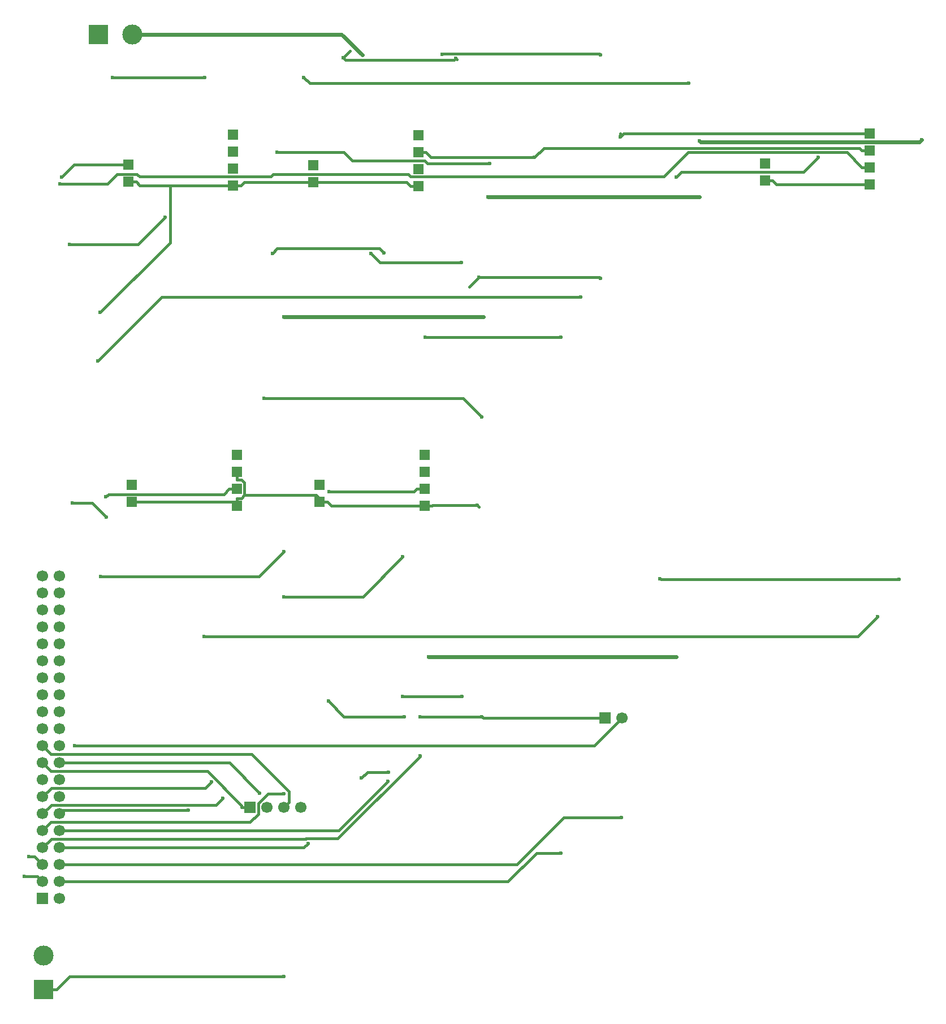
<source format=gbr>
%TF.GenerationSoftware,KiCad,Pcbnew,9.0.2*%
%TF.CreationDate,2025-07-18T21:00:18+02:00*%
%TF.ProjectId,a320-overhead-ventilation_eng_rain-rplnt-wipers,61333230-2d6f-4766-9572-686561642d76,rev?*%
%TF.SameCoordinates,Original*%
%TF.FileFunction,Copper,L2,Bot*%
%TF.FilePolarity,Positive*%
%FSLAX46Y46*%
G04 Gerber Fmt 4.6, Leading zero omitted, Abs format (unit mm)*
G04 Created by KiCad (PCBNEW 9.0.2) date 2025-07-18 21:00:18*
%MOMM*%
%LPD*%
G01*
G04 APERTURE LIST*
%TA.AperFunction,ComponentPad*%
%ADD10R,3.000000X3.000000*%
%TD*%
%TA.AperFunction,ComponentPad*%
%ADD11C,3.000000*%
%TD*%
%TA.AperFunction,ComponentPad*%
%ADD12R,1.500000X1.500000*%
%TD*%
%TA.AperFunction,ComponentPad*%
%ADD13R,1.700000X1.700000*%
%TD*%
%TA.AperFunction,ComponentPad*%
%ADD14C,1.700000*%
%TD*%
%TA.AperFunction,ViaPad*%
%ADD15C,0.600000*%
%TD*%
%TA.AperFunction,Conductor*%
%ADD16C,0.400000*%
%TD*%
%TA.AperFunction,Conductor*%
%ADD17C,0.600000*%
%TD*%
G04 APERTURE END LIST*
D10*
%TO.P,J5,1,Pin_1*%
%TO.N,GND*%
X31585000Y-21139050D03*
D11*
%TO.P,J5,2,Pin_2*%
%TO.N,+12V*%
X36665000Y-21139050D03*
%TD*%
D12*
%TO.P,KR2,1,+5V_TOP_LED*%
%TO.N,Net-(J2-Pin_10)*%
X79500000Y-36214050D03*
%TO.P,KR2,2,GND_TOP_LED*%
%TO.N,GND*%
X79500000Y-38754050D03*
%TO.P,KR2,3,+5V_BOTTOM_LED*%
%TO.N,Net-(J2-Pin_11)*%
X79500000Y-41294050D03*
%TO.P,KR2,4,GND_BOTTOM_LED*%
%TO.N,GND*%
X79500000Y-43834050D03*
%TO.P,KR2,5,SW_IN*%
%TO.N,Net-(J2-Pin_12)*%
X63800000Y-40714050D03*
%TO.P,KR2,6,SW_OUT*%
%TO.N,GND*%
X63800000Y-43254050D03*
%TD*%
%TO.P,KR5,1,+5V_TOP_LED*%
%TO.N,Net-(J2-Pin_7)*%
X80450000Y-84039050D03*
%TO.P,KR5,2,GND_TOP_LED*%
%TO.N,GND*%
X80450000Y-86579050D03*
%TO.P,KR5,3,+5V_BOTTOM_LED*%
%TO.N,Net-(J2-Pin_8)*%
X80450000Y-89119050D03*
%TO.P,KR5,4,GND_BOTTOM_LED*%
%TO.N,GND*%
X80450000Y-91659050D03*
%TO.P,KR5,5,SW_IN*%
%TO.N,Net-(J2-Pin_9)*%
X64750000Y-88539050D03*
%TO.P,KR5,6,SW_OUT*%
%TO.N,GND*%
X64750000Y-91079050D03*
%TD*%
D13*
%TO.P,J4,1,Pin_1*%
%TO.N,Net-(J2-Pin_17)*%
X54310000Y-136789050D03*
D14*
%TO.P,J4,2,Pin_2*%
%TO.N,Net-(J2-Pin_18)*%
X56850000Y-136789050D03*
%TO.P,J4,3,Pin_3*%
%TO.N,Net-(J2-Pin_19)*%
X59390000Y-136789050D03*
%TO.P,J4,4,Pin_4*%
%TO.N,GND*%
X61930000Y-136789050D03*
%TD*%
D12*
%TO.P,KR3,1,+5V_TOP_LED*%
%TO.N,Net-(J2-Pin_4)*%
X147100000Y-35989050D03*
%TO.P,KR3,2,GND_TOP_LED*%
%TO.N,GND*%
X147100000Y-38529050D03*
%TO.P,KR3,3,+5V_BOTTOM_LED*%
%TO.N,Net-(J2-Pin_5)*%
X147100000Y-41069050D03*
%TO.P,KR3,4,GND_BOTTOM_LED*%
%TO.N,GND*%
X147100000Y-43609050D03*
%TO.P,KR3,5,SW_IN*%
%TO.N,Net-(J2-Pin_6)*%
X131400000Y-40489050D03*
%TO.P,KR3,6,SW_OUT*%
%TO.N,GND*%
X131400000Y-43029050D03*
%TD*%
D13*
%TO.P,J3,1,Pin_1*%
%TO.N,GND*%
X107475000Y-123464050D03*
D14*
%TO.P,J3,2,Pin_2*%
%TO.N,Net-(J2-Pin_16)*%
X110015000Y-123464050D03*
%TD*%
D12*
%TO.P,KR1,1,+5V_TOP_LED*%
%TO.N,Net-(J2-Pin_1)*%
X51800000Y-36164050D03*
%TO.P,KR1,2,GND_TOP_LED*%
%TO.N,GND*%
X51800000Y-38704050D03*
%TO.P,KR1,3,+5V_BOTTOM_LED*%
%TO.N,Net-(J2-Pin_2)*%
X51800000Y-41244050D03*
%TO.P,KR1,4,GND_BOTTOM_LED*%
%TO.N,GND*%
X51800000Y-43784050D03*
%TO.P,KR1,5,SW_IN*%
%TO.N,Net-(J2-Pin_3)*%
X36100000Y-40664050D03*
%TO.P,KR1,6,SW_OUT*%
%TO.N,GND*%
X36100000Y-43204050D03*
%TD*%
%TO.P,KR4,1,+5V_TOP_LED*%
%TO.N,Net-(J2-Pin_13)*%
X52325000Y-84089050D03*
%TO.P,KR4,2,GND_TOP_LED*%
%TO.N,GND*%
X52325000Y-86629050D03*
%TO.P,KR4,3,+5V_BOTTOM_LED*%
%TO.N,Net-(J2-Pin_14)*%
X52325000Y-89169050D03*
%TO.P,KR4,4,GND_BOTTOM_LED*%
%TO.N,GND*%
X52325000Y-91709050D03*
%TO.P,KR4,5,SW_IN*%
%TO.N,Net-(J2-Pin_15)*%
X36625000Y-88589050D03*
%TO.P,KR4,6,SW_OUT*%
%TO.N,GND*%
X36625000Y-91129050D03*
%TD*%
D10*
%TO.P,J1,1,Pin_1*%
%TO.N,GND*%
X23425000Y-164104050D03*
D11*
%TO.P,J1,2,Pin_2*%
%TO.N,+12V*%
X23425000Y-159024050D03*
%TD*%
D13*
%TO.P,J2,1,Pin_1*%
%TO.N,Net-(J2-Pin_1)*%
X23260000Y-150489050D03*
D14*
%TO.P,J2,2,Pin_2*%
%TO.N,Net-(J2-Pin_2)*%
X25800000Y-150489050D03*
%TO.P,J2,3,Pin_3*%
%TO.N,Net-(J2-Pin_3)*%
X23260000Y-147949050D03*
%TO.P,J2,4,Pin_4*%
%TO.N,Net-(J2-Pin_4)*%
X25800000Y-147949050D03*
%TO.P,J2,5,Pin_5*%
%TO.N,Net-(J2-Pin_5)*%
X23260000Y-145409050D03*
%TO.P,J2,6,Pin_6*%
%TO.N,Net-(J2-Pin_6)*%
X25800000Y-145409050D03*
%TO.P,J2,7,Pin_7*%
%TO.N,Net-(J2-Pin_7)*%
X23260000Y-142869050D03*
%TO.P,J2,8,Pin_8*%
%TO.N,Net-(J2-Pin_8)*%
X25800000Y-142869050D03*
%TO.P,J2,9,Pin_9*%
%TO.N,Net-(J2-Pin_9)*%
X23260000Y-140329050D03*
%TO.P,J2,10,Pin_10*%
%TO.N,Net-(J2-Pin_10)*%
X25800000Y-140329050D03*
%TO.P,J2,11,Pin_11*%
%TO.N,Net-(J2-Pin_11)*%
X23260000Y-137789050D03*
%TO.P,J2,12,Pin_12*%
%TO.N,Net-(J2-Pin_12)*%
X25800000Y-137789050D03*
%TO.P,J2,13,Pin_13*%
%TO.N,Net-(J2-Pin_13)*%
X23260000Y-135249050D03*
%TO.P,J2,14,Pin_14*%
%TO.N,Net-(J2-Pin_14)*%
X25800000Y-135249050D03*
%TO.P,J2,15,Pin_15*%
%TO.N,Net-(J2-Pin_15)*%
X23260000Y-132709050D03*
%TO.P,J2,16,Pin_16*%
%TO.N,Net-(J2-Pin_16)*%
X25800000Y-132709050D03*
%TO.P,J2,17,Pin_17*%
%TO.N,Net-(J2-Pin_17)*%
X23260000Y-130169050D03*
%TO.P,J2,18,Pin_18*%
%TO.N,Net-(J2-Pin_18)*%
X25800000Y-130169050D03*
%TO.P,J2,19,Pin_19*%
%TO.N,Net-(J2-Pin_19)*%
X23260000Y-127629050D03*
%TO.P,J2,20,Pin_20*%
%TO.N,unconnected-(J2-Pin_20-Pad20)*%
X25800000Y-127629050D03*
%TO.P,J2,21,Pin_21*%
%TO.N,unconnected-(J2-Pin_21-Pad21)*%
X23260000Y-125089050D03*
%TO.P,J2,22,Pin_22*%
%TO.N,unconnected-(J2-Pin_22-Pad22)*%
X25800000Y-125089050D03*
%TO.P,J2,23,Pin_23*%
%TO.N,unconnected-(J2-Pin_23-Pad23)*%
X23260000Y-122549050D03*
%TO.P,J2,24,Pin_24*%
%TO.N,unconnected-(J2-Pin_24-Pad24)*%
X25800000Y-122549050D03*
%TO.P,J2,25,Pin_25*%
%TO.N,unconnected-(J2-Pin_25-Pad25)*%
X23260000Y-120009050D03*
%TO.P,J2,26,Pin_26*%
%TO.N,unconnected-(J2-Pin_26-Pad26)*%
X25800000Y-120009050D03*
%TO.P,J2,27,Pin_27*%
%TO.N,unconnected-(J2-Pin_27-Pad27)*%
X23260000Y-117469050D03*
%TO.P,J2,28,Pin_28*%
%TO.N,unconnected-(J2-Pin_28-Pad28)*%
X25800000Y-117469050D03*
%TO.P,J2,29,Pin_29*%
%TO.N,unconnected-(J2-Pin_29-Pad29)*%
X23260000Y-114929050D03*
%TO.P,J2,30,Pin_30*%
%TO.N,unconnected-(J2-Pin_30-Pad30)*%
X25800000Y-114929050D03*
%TO.P,J2,31,Pin_31*%
%TO.N,unconnected-(J2-Pin_31-Pad31)*%
X23260000Y-112389050D03*
%TO.P,J2,32,Pin_32*%
%TO.N,unconnected-(J2-Pin_32-Pad32)*%
X25800000Y-112389050D03*
%TO.P,J2,33,Pin_33*%
%TO.N,unconnected-(J2-Pin_33-Pad33)*%
X23260000Y-109849050D03*
%TO.P,J2,34,Pin_34*%
%TO.N,unconnected-(J2-Pin_34-Pad34)*%
X25800000Y-109849050D03*
%TO.P,J2,35,Pin_35*%
%TO.N,unconnected-(J2-Pin_35-Pad35)*%
X23260000Y-107309050D03*
%TO.P,J2,36,Pin_36*%
%TO.N,unconnected-(J2-Pin_36-Pad36)*%
X25800000Y-107309050D03*
%TO.P,J2,37,Pin_37*%
%TO.N,unconnected-(J2-Pin_37-Pad37)*%
X23260000Y-104769050D03*
%TO.P,J2,38,Pin_38*%
%TO.N,unconnected-(J2-Pin_38-Pad38)*%
X25800000Y-104769050D03*
%TO.P,J2,39,Pin_39*%
%TO.N,unconnected-(J2-Pin_39-Pad39)*%
X23260000Y-102229050D03*
%TO.P,J2,40,Pin_40*%
%TO.N,unconnected-(J2-Pin_40-Pad40)*%
X25800000Y-102229050D03*
%TD*%
D15*
%TO.N,Net-(J2-Pin_7)*%
X79777000Y-129084250D03*
%TO.N,Net-(J2-Pin_9)*%
X59404600Y-134821050D03*
%TO.N,Net-(J2-Pin_8)*%
X62989800Y-142226150D03*
X66156400Y-89594750D03*
%TO.N,Net-(J2-Pin_14)*%
X32734900Y-90355250D03*
%TO.N,Net-(J2-Pin_13)*%
X48544800Y-133049350D03*
%TO.N,Net-(J2-Pin_6)*%
X109897900Y-138392150D03*
%TO.N,Net-(J2-Pin_4)*%
X109780700Y-36505150D03*
X100890800Y-143665050D03*
%TO.N,Net-(J2-Pin_5)*%
X21175100Y-144166250D03*
X25892700Y-43512150D03*
%TO.N,Net-(J2-Pin_10)*%
X74940200Y-132953550D03*
%TO.N,Net-(J2-Pin_12)*%
X45099200Y-137268750D03*
%TO.N,Net-(J2-Pin_11)*%
X50226300Y-135486150D03*
%TO.N,Net-(J2-Pin_3)*%
X26075800Y-42523250D03*
X20553400Y-147155750D03*
%TO.N,Net-(J2-Pin_18)*%
X55741900Y-134670950D03*
%TO.N,Net-(J2-Pin_16)*%
X28089400Y-127631150D03*
%TO.N,GND*%
X31850000Y-62780550D03*
X89037600Y-123239750D03*
X88352500Y-91642650D03*
X96925000Y-39533750D03*
X59404600Y-162103250D03*
X79817500Y-123239750D03*
%TO.N,Net-(D44-K)*%
X100890800Y-66439250D03*
X80564600Y-66439250D03*
%TO.N,Net-(D43-K)*%
X71000100Y-132465950D03*
X75060500Y-131560950D03*
%TO.N,Net-(D36-K)*%
X86074300Y-120250250D03*
X77182900Y-120250250D03*
%TO.N,Net-(D35-K)*%
X77383000Y-123239750D03*
X66054000Y-120905150D03*
%TO.N,Net-(D32-K)*%
X47461900Y-111281750D03*
X148303600Y-108292250D03*
%TO.N,Net-(D31-K)*%
X151486800Y-102736650D03*
X115707300Y-102611350D03*
%TO.N,Net-(D30-K)*%
X77184400Y-99323750D03*
X59404600Y-105302750D03*
%TO.N,Net-(D29-K)*%
X31910900Y-102313250D03*
X59404600Y-98558450D03*
%TO.N,Net-(D28-K)*%
X32768600Y-93378550D03*
X27680700Y-91307350D03*
%TO.N,Net-(D25-K)*%
X56441300Y-75571050D03*
X89037600Y-78397250D03*
%TO.N,Net-(D23-K)*%
X103854100Y-60460250D03*
X31490000Y-70026050D03*
%TO.N,Net-(D22-K)*%
X88620200Y-57470750D03*
X106817400Y-57702850D03*
%TO.N,Net-(D17-K)*%
X139413700Y-39533750D03*
X118107000Y-42523250D03*
%TO.N,Net-(D14-K)*%
X120026100Y-28442550D03*
X62367900Y-27575750D03*
%TO.N,Net-(D13-K)*%
X90193500Y-40446250D03*
X58403600Y-38800950D03*
%TO.N,Net-(D11-K)*%
X85983200Y-55295350D03*
X72406900Y-53937450D03*
%TO.N,Net-(D10-K)*%
X57675400Y-53911350D03*
X74365700Y-53835350D03*
%TO.N,Net-(D8-K)*%
X41624800Y-48502250D03*
X27252400Y-52559150D03*
%TO.N,Net-(D5-K)*%
X83111000Y-24095650D03*
X106817400Y-24202150D03*
%TO.N,Net-(D4-K)*%
X85129100Y-24741950D03*
X68269400Y-24611350D03*
%TO.N,+12V*%
X71126800Y-24218550D03*
X89300000Y-63449750D03*
X59404600Y-63449750D03*
X154905900Y-36902150D03*
X121633900Y-37063450D03*
X81022000Y-114271250D03*
X118141700Y-114271250D03*
X89984500Y-45512750D03*
X121633900Y-45512750D03*
%TO.N,Net-(D1-K)*%
X33701400Y-27575750D03*
X47551400Y-27575750D03*
%TD*%
D16*
%TO.N,Net-(J2-Pin_7)*%
X24548300Y-141580750D02*
X23260000Y-142869050D01*
X62643000Y-141580750D02*
X24548300Y-141580750D01*
X62699300Y-141524450D02*
X62643000Y-141580750D01*
X67454100Y-141524450D02*
X62699300Y-141524450D01*
X79777000Y-129201550D02*
X67454100Y-141524450D01*
X79777000Y-129084250D02*
X79777000Y-129201550D01*
%TO.N,Net-(J2-Pin_9)*%
X24530000Y-139059050D02*
X23260000Y-140329050D01*
X24530000Y-139058950D02*
X24530000Y-139059050D01*
X54335200Y-139058950D02*
X24530000Y-139058950D01*
X55580000Y-137814150D02*
X54335200Y-139058950D01*
X55580000Y-136265350D02*
X55580000Y-137814150D01*
X57024300Y-134821050D02*
X55580000Y-136265350D01*
X59404600Y-134821050D02*
X57024300Y-134821050D01*
%TO.N,Net-(J2-Pin_8)*%
X62346900Y-142869050D02*
X62989800Y-142226150D01*
X25800000Y-142869050D02*
X62346900Y-142869050D01*
X78822600Y-89594750D02*
X79298300Y-89119050D01*
X66156400Y-89594750D02*
X78822600Y-89594750D01*
X80450000Y-89119050D02*
X79298300Y-89119050D01*
%TO.N,Net-(J2-Pin_14)*%
X50365000Y-89977350D02*
X51173300Y-89169050D01*
X33112800Y-89977350D02*
X50365000Y-89977350D01*
X32734900Y-90355250D02*
X33112800Y-89977350D01*
X52325000Y-89169050D02*
X51173300Y-89169050D01*
%TO.N,Net-(J2-Pin_13)*%
X24548300Y-133960750D02*
X23260000Y-135249050D01*
X47633400Y-133960750D02*
X24548300Y-133960750D01*
X48544800Y-133049350D02*
X47633400Y-133960750D01*
%TO.N,Net-(J2-Pin_6)*%
X94293300Y-145409050D02*
X25800000Y-145409050D01*
X101310200Y-138392150D02*
X94293300Y-145409050D01*
X109897900Y-138392150D02*
X101310200Y-138392150D01*
%TO.N,Net-(J2-Pin_4)*%
X147100000Y-35989050D02*
X146524200Y-35989050D01*
X110296800Y-35989050D02*
X109780700Y-36505150D01*
X146524200Y-35989050D02*
X110296800Y-35989050D01*
X92904300Y-147949050D02*
X25800000Y-147949050D01*
X97188300Y-143665050D02*
X92904300Y-147949050D01*
X100890800Y-143665050D02*
X97188300Y-143665050D01*
X109780700Y-36505150D02*
X109780700Y-35989050D01*
X109780700Y-35989050D02*
X109780700Y-36505150D01*
%TO.N,Net-(J2-Pin_5)*%
X22017200Y-144166250D02*
X21175100Y-144166250D01*
X23260000Y-145409050D02*
X22017200Y-144166250D01*
X147100000Y-41069050D02*
X145948300Y-41069050D01*
X143682600Y-38803350D02*
X145948300Y-41069050D01*
X119904700Y-38803350D02*
X143682600Y-38803350D01*
X116252600Y-42455450D02*
X119904700Y-38803350D01*
X78353700Y-42455450D02*
X116252600Y-42455450D01*
X77996400Y-42098150D02*
X78353700Y-42455450D01*
X57790200Y-42098150D02*
X77996400Y-42098150D01*
X57447900Y-42440450D02*
X57790200Y-42098150D01*
X37756600Y-42440450D02*
X57447900Y-42440450D01*
X37365200Y-42049050D02*
X37756600Y-42440450D01*
X34412100Y-42049050D02*
X37365200Y-42049050D01*
X32949000Y-43512150D02*
X34412100Y-42049050D01*
X25892700Y-43512150D02*
X32949000Y-43512150D01*
%TO.N,Net-(J2-Pin_10)*%
X67564700Y-140329050D02*
X25800000Y-140329050D01*
X74940200Y-132953550D02*
X67564700Y-140329050D01*
%TO.N,Net-(J2-Pin_12)*%
X26320300Y-137268750D02*
X45099200Y-137268750D01*
X25800000Y-137789050D02*
X26320300Y-137268750D01*
%TO.N,Net-(J2-Pin_11)*%
X24548300Y-136500750D02*
X23260000Y-137789050D01*
X49211700Y-136500750D02*
X24548300Y-136500750D01*
X50226300Y-135486150D02*
X49211700Y-136500750D01*
%TO.N,Net-(J2-Pin_3)*%
X22466700Y-147155750D02*
X23260000Y-147949050D01*
X20553400Y-147155750D02*
X22466700Y-147155750D01*
X36100000Y-40664050D02*
X34948300Y-40664050D01*
X27935000Y-40664050D02*
X26075800Y-42523250D01*
X34948300Y-40664050D02*
X27935000Y-40664050D01*
%TO.N,Net-(J2-Pin_18)*%
X51240000Y-130169050D02*
X25800000Y-130169050D01*
X55741900Y-134670950D02*
X51240000Y-130169050D01*
%TO.N,Net-(J2-Pin_19)*%
X60119900Y-136059150D02*
X59390000Y-136789050D01*
X60119900Y-134453550D02*
X60119900Y-136059150D01*
X54565400Y-128899050D02*
X60119900Y-134453550D01*
X24530000Y-128899050D02*
X54565400Y-128899050D01*
X23260000Y-127629050D02*
X24530000Y-128899050D01*
%TO.N,Net-(J2-Pin_17)*%
X54310000Y-136789050D02*
X53058300Y-136789050D01*
X24530000Y-131439050D02*
X23260000Y-130169050D01*
X47926800Y-131439050D02*
X24530000Y-131439050D01*
X53058300Y-136570550D02*
X47926800Y-131439050D01*
X53058300Y-136789050D02*
X53058300Y-136570550D01*
%TO.N,Net-(J2-Pin_16)*%
X105847900Y-127631150D02*
X110015000Y-123464050D01*
X28089400Y-127631150D02*
X105847900Y-127631150D01*
%TO.N,GND*%
X52325000Y-86629050D02*
X52325000Y-87780750D01*
X81618100Y-91642650D02*
X81601700Y-91659050D01*
X88352500Y-91642650D02*
X81618100Y-91642650D01*
X79500000Y-43834050D02*
X78348300Y-43834050D01*
X51800000Y-43784050D02*
X52951700Y-43784050D01*
X77768300Y-43254050D02*
X63800000Y-43254050D01*
X78348300Y-43834050D02*
X77768300Y-43254050D01*
X53481700Y-43254050D02*
X52951700Y-43784050D01*
X63800000Y-43254050D02*
X53481700Y-43254050D01*
X81025900Y-91659050D02*
X81601700Y-91659050D01*
X81025900Y-91659050D02*
X80450000Y-91659050D01*
X66481700Y-91659050D02*
X65901700Y-91079050D01*
X80450000Y-91659050D02*
X66481700Y-91659050D01*
X133131700Y-43609050D02*
X132551700Y-43029050D01*
X147100000Y-43609050D02*
X133131700Y-43609050D01*
X131400000Y-43029050D02*
X132551700Y-43029050D01*
X51800000Y-43784050D02*
X51224200Y-43784050D01*
X36100000Y-43204050D02*
X37251700Y-43204050D01*
X42336400Y-52294150D02*
X42336400Y-43784050D01*
X31850000Y-62780550D02*
X42336400Y-52294150D01*
X51224200Y-43784050D02*
X42336400Y-43784050D01*
X37831700Y-43784050D02*
X37251700Y-43204050D01*
X42336400Y-43784050D02*
X37831700Y-43784050D01*
X81431400Y-39533750D02*
X80651700Y-38754050D01*
X96925000Y-39533750D02*
X81431400Y-39533750D01*
X89261900Y-123464050D02*
X89037600Y-123239750D01*
X107475000Y-123464050D02*
X89261900Y-123464050D01*
X64750000Y-91079050D02*
X65199300Y-91079050D01*
X65199300Y-91079050D02*
X65901700Y-91079050D01*
X64245800Y-90125550D02*
X53476700Y-90125550D01*
X65199300Y-91079050D02*
X64245800Y-90125550D01*
X53476700Y-88212650D02*
X53476700Y-90125550D01*
X53044800Y-87780750D02*
X53476700Y-88212650D01*
X52325000Y-87780750D02*
X53044800Y-87780750D01*
X53044900Y-90557350D02*
X52325000Y-90557350D01*
X53476700Y-90125550D02*
X53044900Y-90557350D01*
X27327500Y-162103250D02*
X59404600Y-162103250D01*
X25326700Y-164104050D02*
X27327500Y-162103250D01*
X23425000Y-164104050D02*
X25326700Y-164104050D01*
X79500000Y-38754050D02*
X80651700Y-38754050D01*
X98297900Y-38160850D02*
X96925000Y-39533750D01*
X145580100Y-38160850D02*
X98297900Y-38160850D01*
X145948300Y-38529050D02*
X145580100Y-38160850D01*
X147100000Y-38529050D02*
X145948300Y-38529050D01*
X52325000Y-91709050D02*
X52325000Y-91133150D01*
X52325000Y-91133150D02*
X52325000Y-90557350D01*
X37780800Y-91133150D02*
X37776700Y-91129050D01*
X52325000Y-91133150D02*
X37780800Y-91133150D01*
X36625000Y-91129050D02*
X37776700Y-91129050D01*
X79817500Y-123239750D02*
X89037600Y-123239750D01*
X88352500Y-91642650D02*
X88613200Y-91903350D01*
X88613200Y-91903350D02*
X88352500Y-91642650D01*
%TO.N,Net-(D44-K)*%
X100890800Y-66439250D02*
X80564600Y-66439250D01*
%TO.N,Net-(D43-K)*%
X71905100Y-131560950D02*
X75060500Y-131560950D01*
X71000100Y-132465950D02*
X71905100Y-131560950D01*
%TO.N,Net-(D36-K)*%
X86074300Y-120250250D02*
X77182900Y-120250250D01*
%TO.N,Net-(D35-K)*%
X68388600Y-123239750D02*
X66054000Y-120905150D01*
X77383000Y-123239750D02*
X68388600Y-123239750D01*
%TO.N,Net-(D32-K)*%
X145314100Y-111281750D02*
X47461900Y-111281750D01*
X148303600Y-108292250D02*
X145314100Y-111281750D01*
%TO.N,Net-(D31-K)*%
X115832600Y-102736650D02*
X115707300Y-102611350D01*
X151486800Y-102736650D02*
X115832600Y-102736650D01*
%TO.N,Net-(D30-K)*%
X71205400Y-105302750D02*
X59404600Y-105302750D01*
X77184400Y-99323750D02*
X71205400Y-105302750D01*
%TO.N,Net-(D29-K)*%
X55649800Y-102313250D02*
X59404600Y-98558450D01*
X31910900Y-102313250D02*
X55649800Y-102313250D01*
%TO.N,Net-(D28-K)*%
X30697400Y-91307350D02*
X27680700Y-91307350D01*
X32768600Y-93378550D02*
X30697400Y-91307350D01*
%TO.N,Net-(D25-K)*%
X86211400Y-75571050D02*
X89037600Y-78397250D01*
X56441300Y-75571050D02*
X86211400Y-75571050D01*
%TO.N,Net-(D23-K)*%
X41055800Y-60460250D02*
X31490000Y-70026050D01*
X103854100Y-60460250D02*
X41055800Y-60460250D01*
%TO.N,Net-(D22-K)*%
X106585300Y-57470750D02*
X106817400Y-57702850D01*
X88620200Y-57470750D02*
X106585300Y-57470750D01*
X106817400Y-57702850D02*
X106585300Y-57470750D01*
X106585300Y-57470750D02*
X106817400Y-57702850D01*
X88620200Y-57470750D02*
X87150000Y-58940950D01*
X87150000Y-58940950D02*
X88620200Y-57470750D01*
%TO.N,Net-(D17-K)*%
X118871200Y-41759050D02*
X118107000Y-42523250D01*
X137188400Y-41759050D02*
X118871200Y-41759050D01*
X139413700Y-39533750D02*
X137188400Y-41759050D01*
%TO.N,Net-(D14-K)*%
X63234700Y-28442550D02*
X62367900Y-27575750D01*
X120026100Y-28442550D02*
X63234700Y-28442550D01*
%TO.N,Net-(D13-K)*%
X68378200Y-38800950D02*
X58403600Y-38800950D01*
X69601300Y-40024050D02*
X68378200Y-38800950D01*
X80487100Y-40024050D02*
X69601300Y-40024050D01*
X80909300Y-40446250D02*
X80487100Y-40024050D01*
X90193500Y-40446250D02*
X80909300Y-40446250D01*
%TO.N,Net-(D11-K)*%
X73764800Y-55295350D02*
X72406900Y-53937450D01*
X85983200Y-55295350D02*
X73764800Y-55295350D01*
%TO.N,Net-(D10-K)*%
X73720600Y-53190250D02*
X74365700Y-53835350D01*
X58396500Y-53190250D02*
X73720600Y-53190250D01*
X57675400Y-53911350D02*
X58396500Y-53190250D01*
%TO.N,Net-(D8-K)*%
X37567900Y-52559150D02*
X27252400Y-52559150D01*
X41624800Y-48502250D02*
X37567900Y-52559150D01*
%TO.N,Net-(D5-K)*%
X83166400Y-24040250D02*
X83111000Y-24095650D01*
X106655500Y-24040250D02*
X83166400Y-24040250D01*
X106817400Y-24202150D02*
X106655500Y-24040250D01*
%TO.N,Net-(D4-K)*%
X68631300Y-24973250D02*
X68269400Y-24611350D01*
X84897800Y-24973250D02*
X68631300Y-24973250D01*
X85129100Y-24741950D02*
X84897800Y-24973250D01*
X68269400Y-24611350D02*
X69257200Y-23623550D01*
X69257200Y-23623550D02*
X68269400Y-24611350D01*
X85129100Y-24741950D02*
X85260000Y-24872850D01*
X85260000Y-24872850D02*
X85129100Y-24741950D01*
D17*
%TO.N,+12V*%
X68047300Y-21139050D02*
X36665000Y-21139050D01*
X71126800Y-24218550D02*
X68047300Y-21139050D01*
X89300000Y-63449750D02*
X59404600Y-63449750D01*
X121811200Y-37240750D02*
X121633900Y-37063450D01*
X154567300Y-37240750D02*
X121811200Y-37240750D01*
X154905900Y-36902150D02*
X154567300Y-37240750D01*
X118141700Y-114271250D02*
X81022000Y-114271250D01*
X121633900Y-45512750D02*
X89984500Y-45512750D01*
D16*
%TO.N,Net-(D1-K)*%
X33701400Y-27575750D02*
X47551400Y-27575750D01*
%TD*%
M02*

</source>
